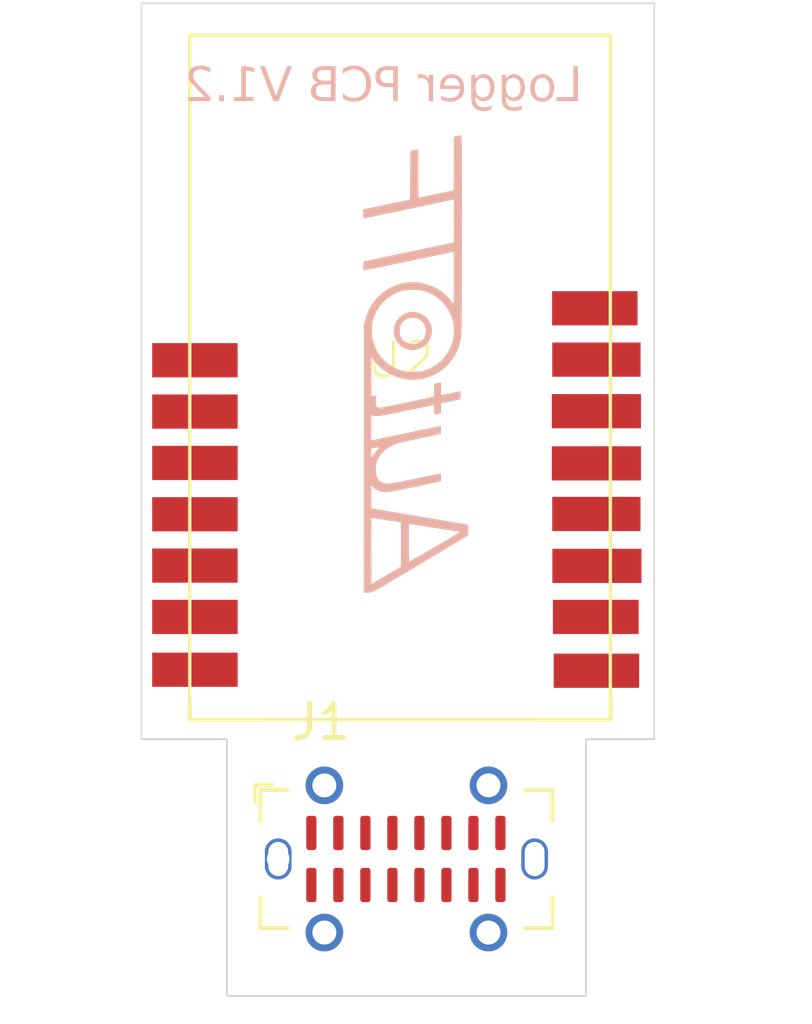
<source format=kicad_pcb>
(kicad_pcb (version 20240108) (generator "pcbnew") (generator_version "8.0")
  (layers (0 "F.Cu" signal) (31 "B.Cu" signal) (34 "B.Paste" user) (35 "F.Paste" user) (36 "B.SilkS" user "B.Silkscreen") (37 "F.SilkS" user "F.Silkscreen") (38 "B.Mask" user) (39 "F.Mask" user) (44 "Edge.Cuts" user))
  (net 0 "")
  (net 6 "Net-(U2-GND)")
  (net 7 "Net-(U2-RX0)")
  (net 8 "Net-(U2-VCC)")
  (net 9 "Net-(U2-TX0)")
  (footprint "" (layer "F.Cu") (at 152 114)
    (property "Reference" "" (at 0 0 0) (layer "F.SilkS") (effects (font (size 1.27 1.27))))
    (property "Value" "")
    (pad "" np_thru_hole oval (at 0 0 90) (size 1.2 0.78) (drill oval 1 0.58) (layers "F&B.Cu" "*.Mask"))
  )
  (footprint "Connector_USB:USB_C_Receptacle_G-Switch_GT-USB-7051x" (layer "F.Cu") (at 155.75 114)
    (property "Reference" "J1" (at -2.5 -4 0) (layer "F.SilkS"))
    (property "Value" "USB_C_Receptacle_USB2.0_16P")
    (fp_line (start -4.42 -2.17) (end -4.42 -1.67) (stroke (width 0.12)) (layer "F.SilkS"))
    (fp_line (start -4.42 -2.17) (end -3.92 -2.17) (stroke (width 0.12)) (layer "F.SilkS"))
    (fp_line (start -4.27 -2.02) (end -4.27 -1.12) (stroke (width 0.12)) (layer "F.SilkS"))
    (fp_line (start -4.27 -2.02) (end -3.47 -2.02) (stroke (width 0.12)) (layer "F.SilkS"))
    (fp_line (start -4.27 2.02) (end -4.27 1.12) (stroke (width 0.12)) (layer "F.SilkS"))
    (fp_line (start -4.27 2.02) (end -3.47 2.02) (stroke (width 0.12)) (layer "F.SilkS"))
    (fp_line (start 4.27 -2.02) (end 3.47 -2.02) (stroke (width 0.12)) (layer "F.SilkS"))
    (fp_line (start 4.27 -2.02) (end 4.27 -1.12) (stroke (width 0.12)) (layer "F.SilkS"))
    (fp_line (start 4.27 2.02) (end 3.47 2.02) (stroke (width 0.12)) (layer "F.SilkS"))
    (fp_line (start 4.27 2.02) (end 4.27 1.12) (stroke (width 0.12)) (layer "F.SilkS"))
    (pad "" np_thru_hole circle (at -3.75 0) (size 0.66 0.66) (drill 0.66) (layers "F&B.Cu" "*.Mask"))
    (pad "" np_thru_hole oval (at 3.75 0 90) (size 1.2 0.78) (drill oval 1 0.58) (layers "F&B.Cu" "*.Mask"))
    (pad "A1" smd roundrect (at -2.78 -0.76) (size 0.3 1) (layers "F.Cu" "F.Paste" "F.Mask") (net 6 "Net-(U2-GND)"))
    (pad "A4" smd roundrect (at -1.99 -0.76) (size 0.3 1) (layers "F.Cu" "F.Paste" "F.Mask") (net 8 "Net-(U2-VCC)"))
    (pad "A5" smd roundrect (at -1.2 -0.76) (size 0.3 1) (layers "F.Cu" "F.Paste" "F.Mask"))
    (pad "A6" smd roundrect (at -0.41 -0.76) (size 0.3 1) (layers "F.Cu" "F.Paste" "F.Mask") (net 9 "Net-(U2-TX0)"))
    (pad "A7" smd roundrect (at 0.38 -0.76) (size 0.3 1) (layers "F.Cu" "F.Paste" "F.Mask") (net 7 "Net-(U2-RX0)"))
    (pad "A8" smd roundrect (at 1.17 -0.76) (size 0.3 1) (layers "F.Cu" "F.Paste" "F.Mask"))
    (pad "A9" smd roundrect (at 1.96 -0.76) (size 0.3 1) (layers "F.Cu" "F.Paste" "F.Mask") (net 8 "Net-(U2-VCC)"))
    (pad "A12" smd roundrect (at 2.75 -0.76) (size 0.3 1) (layers "F.Cu" "F.Paste" "F.Mask") (net 6 "Net-(U2-GND)"))
    (pad "B1" smd roundrect (at 2.75 0.76) (size 0.3 1) (layers "F.Cu" "F.Paste" "F.Mask") (net 6 "Net-(U2-GND)"))
    (pad "B4" smd roundrect (at 1.96 0.76) (size 0.3 1) (layers "F.Cu" "F.Paste" "F.Mask") (net 8 "Net-(U2-VCC)"))
    (pad "B5" smd roundrect (at 1.17 0.76) (size 0.3 1) (layers "F.Cu" "F.Paste" "F.Mask"))
    (pad "B6" smd roundrect (at 0.38 0.76) (size 0.3 1) (layers "F.Cu" "F.Paste" "F.Mask") (net 9 "Net-(U2-TX0)"))
    (pad "B7" smd roundrect (at -0.41 0.76) (size 0.3 1) (layers "F.Cu" "F.Paste" "F.Mask") (net 7 "Net-(U2-RX0)"))
    (pad "B8" smd roundrect (at -1.2 0.76) (size 0.3 1) (layers "F.Cu" "F.Paste" "F.Mask"))
    (pad "B9" smd roundrect (at -1.99 0.76) (size 0.3 1) (layers "F.Cu" "F.Paste" "F.Mask") (net 8 "Net-(U2-VCC)"))
    (pad "B12" smd roundrect (at -2.78 0.76) (size 0.3 1) (layers "F.Cu" "F.Paste" "F.Mask") (net 6 "Net-(U2-GND)"))
    (pad "S1" thru_hole circle (at -2.4 -2.15) (size 1.1 1.1) (drill 0.7) (layers "*.Cu" "*.Mask" "F.Paste"))
    (pad "S1" thru_hole circle (at -2.4 2.15) (size 1.1 1.1) (drill 0.7) (layers "*.Cu" "*.Mask" "F.Paste"))
    (pad "S1" thru_hole circle (at 2.4 -2.15) (size 1.1 1.1) (drill 0.7) (layers "*.Cu" "*.Mask" "F.Paste"))
    (pad "S1" thru_hole circle (at 2.4 2.15) (size 1.1 1.1) (drill 0.7) (layers "*.Cu" "*.Mask" "F.Paste"))
  )
  (footprint "Logger:ESP-M2" (layer "F.Cu") (at 155.564183 99.928512)
    (property "Reference" "U2" (at 0 -0.5 0) (layer "F.SilkS") (effects (font (thickness 0.1))))
    (property "Value" "ESP-M2")
    (fp_line (start -6.15 10) (end -6.15 9.38) (stroke (width 0.12)) (layer "F.SilkS"))
    (fp_line (start -3.94 10) (end -6.06 10) (stroke (width 0.12)) (layer "F.SilkS"))
    (fp_line (start 6.15 10) (end 3.94 10) (stroke (width 0.12)) (layer "F.SilkS"))
    (fp_line (start 6.160704 9.375681) (end 6.160704 9.995681) (stroke (width 0.12)) (layer "F.SilkS"))
    (fp_rect (start -6.15 10) (end 6.15 -10) (stroke (width 0.1)) (fill none) (layer "F.SilkS"))
    (pad "1" smd rect (at -6 -0.5) (size 2.5 1) (layers "F.Cu" "F.Paste" "F.Mask"))
    (pad "2" smd rect (at -6 1) (size 2.5 1) (layers "F.Cu" "F.Paste" "F.Mask"))
    (pad "3" smd rect (at -6 2.5) (size 2.5 1) (layers "F.Cu" "F.Paste" "F.Mask"))
    (pad "4" smd rect (at -6 4) (size 2.5 1) (layers "F.Cu" "F.Paste" "F.Mask"))
    (pad "5" smd rect (at -6 5.5) (size 2.5 1) (layers "F.Cu" "F.Paste" "F.Mask"))
    (pad "6" smd rect (at -6 7) (size 2.5 1) (layers "F.Cu" "F.Paste" "F.Mask"))
    (pad "7" smd rect (at -6 8.542301) (size 2.5 1) (layers "F.Cu" "F.Paste" "F.Mask") (net 8 "Net-(U2-VCC)"))
    (pad "8" smd rect (at 5.742936 8.571488) (size 2.5 1) (layers "F.Cu" "F.Paste" "F.Mask") (net 6 "Net-(U2-GND)"))
    (pad "9" smd rect (at 5.724475 7 270) (size 1 2.508906) (layers "F.Cu" "F.Paste" "F.Mask"))
    (pad "10" smd rect (at 5.757517 5.508566 270) (size 1 2.607267) (layers "F.Cu" "F.Paste" "F.Mask"))
    (pad "11" smd rect (at 5.741172 3.991041 270) (size 1 2.582677) (layers "F.Cu" "F.Paste" "F.Mask"))
    (pad "12" smd rect (at 5.742318 2.512762 270) (size 1 2.607267) (layers "F.Cu" "F.Paste" "F.Mask"))
    (pad "13" smd rect (at 5.742307 0.989717 270) (size 1 2.607267) (layers "F.Cu" "F.Paste" "F.Mask") (net 7 "Net-(U2-RX0)"))
    (pad "14" smd rect (at 5.742307 -0.517936 270) (size 0.999949 2.582677) (layers "F.Cu" "F.Paste" "F.Mask") (net 9 "Net-(U2-TX0)"))
    (pad "15" smd rect (at 5.695918 -2.017858) (size 2.5 1) (layers "F.Cu" "F.Paste" "F.Mask"))
  )
  (footprint "LOGO" (layer "B.Cu") (at 156 99.5 90)
    (property "Reference" "G***" (hide yes))
    (property "Value" "LOGO" (hide yes))
    (fp_poly (pts (xy 1.073731 0.477557) (xy 1.182224 0.435704) (xy 1.202712 0.42478) (xy 1.292048 0.361105) (xy 1.367126 0.280002) (xy 1.425843 0.185784) (xy 1.466099 0.082764) (xy 1.48579 -0.024746) (xy 1.482815 -0.132432) (xy 1.480745 -0.145687) (xy 1.448378 -0.264023) (xy 1.394913 -0.369624) (xy 1.322074 -0.460441) (xy 1.231585 -0.534427) (xy 1.125169 -0.589531) (xy 1.099294 -0.599087) (xy 1.024993 -0.616354) (xy 0.939171 -0.623386) (xy 0.852442 -0.620125) (xy 0.775418 -0.606514) (xy 0.757377 -0.600958) (xy 0.647474 -0.550769) (xy 0.55374 -0.483377) (xy 0.477394 -0.401569) (xy 0.419657 -0.308134) (xy 0.38175 -0.205859) (xy 0.364894 -0.097531) (xy 0.36633 -0.067932) (xy 0.542417 -0.067932) (xy 0.551663 -0.153317) (xy 0.57587 -0.229526) (xy 0.578338 -0.234716) (xy 0.621222 -0.3015) (xy 0.678522 -0.361491) (xy 0.742776 -0.407656) (xy 0.780769 -0.425503) (xy 0.83713 -0.438355) (xy 0.906721 -0.442872) (xy 0.980204 -0.439509) (xy 1.048244 -0.428717) (xy 1.101502 -0.410952) (xy 1.103769 -0.409806) (xy 1.175359 -0.360204) (xy 1.237558 -0.292967) (xy 1.275986 -0.230794) (xy 1.296984 -0.166781) (xy 1.306481 -0.089834) (xy 1.304476 -0.00972) (xy 1.290968 0.063793) (xy 1.276029 0.103388) (xy 1.221969 0.186674) (xy 1.152385 0.250226) (xy 1.068957 0.293085) (xy 0.973362 0.314294) (xy 0.90396 0.315943) (xy 0.803603 0.299913) (xy 0.716649 0.262565) (xy 0.644229 0.204659) (xy 0.587477 0.126957) (xy 0.569822 0.091424) (xy 0.548385 0.016893) (xy 0.542417 -0.067932) (xy 0.36633 -0.067932) (xy 0.370308 0.014061) (xy 0.399213 0.126131) (xy 0.418666 0.172702) (xy 0.47883 0.273158) (xy 0.555427 0.356347) (xy 0.64528 0.421249) (xy 0.745213 0.466842) (xy 0.85205 0.492105) (xy 0.962615 0.496017)) (fill solid) (layer "B.SilkS"))
    (fp_poly (pts (xy -4.78303 1.564495) (xy -4.755761 1.562388) (xy -4.740753 1.557529) (xy -4.733608 1.549226) (xy -4.730154 1.537757) (xy -4.727168 1.52151) (xy -4.720248 1.48181) (xy -4.709674 1.420319) (xy -4.695728 1.338695) (xy -4.678692 1.238599) (xy -4.658848 1.121691) (xy -4.636476 0.989631) (xy -4.611857 0.844079) (xy -4.585275 0.686695) (xy -4.55701 0.519139) (xy -4.527343 0.343071) (xy -4.496556 0.160152) (xy -4.494245 0.146416) (xy -4.46339 -0.036934) (xy -4.433636 -0.213549) (xy -4.405266 -0.381769) (xy -4.378562 -0.539935) (xy -4.353803 -0.686387) (xy -4.331271 -0.819465) (xy -4.311248 -0.937512) (xy -4.294015 -1.038866) (xy -4.279853 -1.121869) (xy -4.269042 -1.184862) (xy -4.261865 -1.226184) (xy -4.258603 -1.244177) (xy -4.258525 -1.244536) (xy -4.251946 -1.273183) (xy -3.921124 -1.273183) (xy -3.590303 -1.273183) (xy -2.780524 -1.273183) (xy -2.646516 -1.273183) (xy -2.512507 -1.273183) (xy -2.491241 -1.174221) (xy -2.481176 -1.125401) (xy -2.473683 -1.085291) (xy -2.470104 -1.06117) (xy -2.469975 -1.058752) (xy -2.478923 -1.059042) (xy -2.502984 -1.073272) (xy -2.537986 -1.098758) (xy -2.562281 -1.118153) (xy -2.612075 -1.15771) (xy -2.663335 -1.196165) (xy -2.707044 -1.226814) (xy -2.717556 -1.233621) (xy -2.780524 -1.273183) (xy -3.590303 -1.273183) (xy -3.641144 -1.227252) (xy -3.673616 -1.19112) (xy -3.707702 -1.142618) (xy -3.73298 -1.098046) (xy -3.753849 -1.05208) (xy -3.766932 -1.011299) (xy -3.774472 -0.965919) (xy -3.778709 -0.90616) (xy -3.779141 -0.896678) (xy -3.77983 -0.830893) (xy -3.777032 -0.762157) (xy -3.771337 -0.703102) (xy -3.769587 -0.691673) (xy -3.763479 -0.658413) (xy -3.753111 -0.60521) (xy -3.73905 -0.534769) (xy -3.721857 -0.449792) (xy -3.702098 -0.352985) (xy -3.680335 -0.247051) (xy -3.657133 -0.134694) (xy -3.633057 -0.018618) (xy -3.608669 0.098473) (xy -3.584533 0.213874) (xy -3.561214 0.324883) (xy -3.539275 0.428794) (xy -3.519281 0.522905) (xy -3.501794 0.60451) (xy -3.48738 0.670906) (xy -3.476601 0.71939) (xy -3.470022 0.747256) (xy -3.468324 0.752958) (xy -3.453054 0.758788) (xy -3.420377 0.762457) (xy -3.377118 0.764059) (xy -3.330105 0.763685) (xy -3.286164 0.761428) (xy -3.252123 0.757381) (xy -3.234807 0.751634) (xy -3.233885 0.749785) (xy -3.236444 0.734978) (xy -3.243799 0.697599) (xy -3.255467 0.639984) (xy -3.270966 0.564471) (xy -3.289812 0.473398) (xy -3.311523 0.369102) (xy -3.335615 0.253921) (xy -3.361606 0.130192) (xy -3.375248 0.065449) (xy -3.412269 -0.111334) (xy -3.443773 -0.265231) (xy -3.469936 -0.398177) (xy -3.490932 -0.512106) (xy -3.506937 -0.60895) (xy -3.518126 -0.690646) (xy -3.524675 -0.759125) (xy -3.526757 -0.816323) (xy -3.524549 -0.864173) (xy -3.518225 -0.90461) (xy -3.50796 -0.939566) (xy -3.49393 -0.970977) (xy -3.47631 -1.000776) (xy -3.472331 -1.006772) (xy -3.422025 -1.061355) (xy -3.355627 -1.104186) (xy -3.311774 -1.121613) (xy -3.261003 -1.132221) (xy -3.193904 -1.139393) (xy -3.119418 -1.14282) (xy -3.046488 -1.142196) (xy -2.984054 -1.137213) (xy -2.962441 -1.133609) (xy -2.847617 -1.097056) (xy -2.738811 -1.03744) (xy -2.637834 -0.95681) (xy -2.546497 -0.857215) (xy -2.466609 -0.740704) (xy -2.399982 -0.609328) (xy -2.348425 -0.465136) (xy -2.337895 -0.426516) (xy -2.331133 -0.397886) (xy -2.319812 -0.347348) (xy -2.304584 -0.277921) (xy -2.286103 -0.192622) (xy -2.26502 -0.094469) (xy -2.241986 0.013521) (xy -2.217655 0.128329) (xy -2.203687 0.194561) (xy -2.1795 0.308932) (xy -2.156705 0.415701) (xy -2.135874 0.512267) (xy -2.117577 0.596031) (xy -2.102385 0.66439) (xy -2.09087 0.714744) (xy -2.083602 0.744492) (xy -2.081407 0.751579) (xy -2.06664 0.756877) (xy -2.034302 0.760716) (xy -1.9912 0.763027) (xy -1.944143 0.763744) (xy -1.899938 0.762799) (xy -1.865392 0.760127) (xy -1.847312 0.755659) (xy -1.846116 0.753891) (xy -1.848672 0.74014) (xy -1.856077 0.703385) (xy -1.867932 0.645537) (xy -1.88384 0.568511) (xy -1.903403 0.47422) (xy -1.926224 0.364575) (xy -1.951904 0.24149) (xy -1.980046 0.106879) (xy -2.010252 -0.037347) (xy -2.042124 -0.189274) (xy -2.050602 -0.229642) (xy -2.083023 -0.384005) (xy -2.114042 -0.531709) (xy -2.143243 -0.670778) (xy -2.170211 -0.799231) (xy -2.194531 -0.915091) (xy -2.215786 -1.016378) (xy -2.233563 -1.101114) (xy -2.247445 -1.167319) (xy -2.257018 -1.213016) (xy -2.261866 -1.236226) (xy -2.262268 -1.238171) (xy -2.269449 -1.273183) (xy -1.899284 -1.273183) (xy -1.529119 -1.273183) (xy -1.549165 -1.225439) (xy -1.556576 -1.20364) (xy -1.561525 -1.177781) (xy -1.56374 -1.146058) (xy -1.562952 -1.106667) (xy -1.558889 -1.057802) (xy -1.551281 -0.997659) (xy -1.539858 -0.924434) (xy -1.524349 -0.836322) (xy -1.504483 -0.731519) (xy -1.479991 -0.60822) (xy -1.450601 -0.46462) (xy -1.416043 -0.298915) (xy -1.396004 -0.203709) (xy -1.367853 -0.069734) (xy -1.341489 0.05682) (xy -1.317353 0.173758) (xy -1.295888 0.278889) (xy -1.277533 0.370019) (xy -1.262732 0.444957) (xy -1.251926 0.50151) (xy -1.245557 0.537485) (xy -1.244039 0.550651) (xy -1.258131 0.554597) (xy -1.292133 0.557749) (xy -1.340491 0.559723) (xy -1.382155 0.5602) (xy -1.444872 0.560348) (xy -1.485642 0.563361) (xy -1.507962 0.573091) (xy -1.51533 0.593394) (xy -1.511243 0.628122) (xy -1.499199 0.681128) (xy -1.497707 0.687519) (xy -1.481404 0.757544) (xy -1.335915 0.76391) (xy -1.190426 0.770276) (xy -1.131038 1.04401) (xy -1.113675 1.124235) (xy -1.098216 1.196044) (xy -1.085453 1.255721) (xy -1.07618 1.299548) (xy -1.071192 1.323806) (xy -1.070561 1.327293) (xy -1.058262 1.331396) (xy -1.026093 1.334616) (xy -0.979643 1.336516) (xy -0.948279 1.336842) (xy -0.892247 1.336603) (xy -0.857187 1.335137) (xy -0.838604 1.331319) (xy -0.832007 1.324026) (xy -0.832903 1.312132) (xy -0.833798 1.308195) (xy -0.843003 1.267434) (xy -0.855054 1.211934) (xy -0.869017 1.146226) (xy -0.88396 1.074844) (xy -0.898951 1.00232) (xy -0.913057 0.933187) (xy -0.925346 0.871977) (xy -0.934885 0.823223) (xy -0.940741 0.791457) (xy -0.942156 0.781523) (xy -0.937498 0.774351) (xy -0.921259 0.769337) (xy -0.890043 0.766147) (xy -0.840452 0.76445) (xy -0.76909 0.763912) (xy -0.762069 0.76391) (xy -0.581982 0.76391) (xy -0.589428 0.684179) (xy -0.593717 0.636937) (xy -0.598951 0.603487) (xy -0.609069 0.581458) (xy -0.628011 0.568483) (xy -0.659714 0.562191) (xy -0.708118 0.560214) (xy -0.77716 0.560182) (xy -0.795543 0.5602) (xy -0.875808 0.559412) (xy -0.933009 0.556919) (xy -0.969499 0.552529) (xy -0.987632 0.546046) (xy -0.989419 0.544286) (xy -0.99417 0.529215) (xy -1.003408 0.491841) (xy -1.016575 0.434822) (xy -1.033115 0.360813) (xy -1.052471 0.272473) (xy -1.074088 0.172458) (xy -1.097409 0.063424) (xy -1.121877 -0.051971) (xy -1.146936 -0.171071) (xy -1.172029 -0.291219) (xy -1.1966 -0.409758) (xy -1.220093 -0.524031) (xy -1.241952 -0.631382) (xy -1.261619 -0.729152) (xy -1.278538 -0.814687) (xy -1.292153 -0.885328) (xy -1.301908 -0.938419) (xy -1.307246 -0.971303) (xy -1.307823 -0.976036) (xy -1.310459 -1.03927) (xy -1.301867 -1.083556) (xy -1.280628 -1.113448) (xy -1.260899 -1.126535) (xy -1.222122 -1.138208) (xy -1.167041 -1.144358) (xy -1.104262 -1.144742) (xy -1.042392 -1.139119) (xy -1.012538 -1.133533) (xy -0.97961 -1.127447) (xy -0.958857 -1.126505) (xy -0.9563 -1.127476) (xy -0.955282 -1.142077) (xy -0.9586 -1.1738) (xy -0.963323 -1.203164) (xy -0.976015 -1.273183) (xy -0.409718 -1.273183) (xy 0.156579 -1.273183) (xy 0.075106 -1.211426) (xy -0.07268 -1.084137) (xy -0.199836 -0.942398) (xy -0.305715 -0.78736) (xy -0.389673 -0.620176) (xy -0.451064 -0.441998) (xy -0.489242 -0.253978) (xy -0.496514 -0.191272) (xy -0.499257 -0.095613) (xy -0.266678 -0.095613) (xy -0.262333 -0.196982) (xy -0.252573 -0.286338) (xy -0.247358 -0.31565) (xy -0.202516 -0.473335) (xy -0.135117 -0.623099) (xy -0.047439 -0.762642) (xy 0.05824 -0.889668) (xy 0.179642 -1.001878) (xy 0.31449 -1.096976) (xy 0.460505 -1.172663) (xy 0.61541 -1.226642) (xy 0.668421 -1.23937) (xy 0.741242 -1.25034) (xy 0.830742 -1.256934) (xy 0.928511 -1.259133) (xy 1.026141 -1.25692) (xy 1.115221 -1.250278) (xy 1.181414 -1.240441) (xy 1.33976 -1.195464) (xy 1.489848 -1.127977) (xy 1.629448 -1.040208) (xy 1.756332 -0.934385) (xy 1.868272 -0.812736) (xy 1.96304 -0.677491) (xy 2.038408 -0.530878) (xy 2.092147 -0.375125) (xy 2.106098 -0.31565) (xy 2.118024 -0.233281) (xy 2.124499 -0.135294) (xy 2.125522 -0.030943) (xy 2.121093 0.070517) (xy 2.111214 0.159833) (xy 2.106098 0.188331) (xy 2.060923 0.3469) (xy 1.993295 0.497153) (xy 1.905442 0.636863) (xy 1.799594 0.763799) (xy 1.677977 0.875735) (xy 1.54282 0.970442) (xy 1.396352 1.04569) (xy 1.2408 1.099252) (xy 1.181414 1.113122) (xy 1.09932 1.124944) (xy 1.001577 1.131378) (xy 0.897424 1.132423) (xy 0.796097 1.12808) (xy 0.706835 1.118349) (xy 0.677433 1.113122) (xy 0.519086 1.068146) (xy 0.368999 1.000659) (xy 0.229399 0.912889) (xy 0.102515 0.807066) (xy -0.009426 0.685418) (xy -0.104194 0.550173) (xy -0.179561 0.403559) (xy -0.233301 0.247806) (xy -0.247251 0.188331) (xy -0.259135 0.106268) (xy -0.265612 0.008545) (xy -0.266678 -0.095613) (xy -0.499257 -0.095613) (xy -0.501849 -0.00522) (xy -0.482901 0.177033) (xy -0.440784 0.353561) (xy -0.376609 0.522439) (xy -0.291489 0.681742) (xy -0.186537 0.829542) (xy -0.062864 0.963914) (xy 0.078416 1.082933) (xy 0.236193 1.184672) (xy 0.324523 1.230173) (xy 0.430687 1.27574) (xy 0.535839 1.310308) (xy 0.646544 1.335379) (xy 0.76937 1.352453) (xy 0.90396 1.362671) (xy 0.936892 1.363745) (xy 0.994011 1.364796) (xy 1.074041 1.36582) (xy 1.175705 1.36681) (xy 1.297728 1.367764) (xy 1.438831 1.368674) (xy 1.597739 1.369537) (xy 1.773176 1.370347) (xy 1.963864 1.371099) (xy 2.168528 1.371788) (xy 2.385891 1.37241) (xy 2.614677 1.372958) (xy 2.853608 1.373429) (xy 3.101409 1.373816) (xy 3.356803 1.374115) (xy 3.618514 1.374321) (xy 3.880025 1.374428) (xy 4.203552 1.374474) (xy 4.502468 1.374459) (xy 4.777624 1.374379) (xy 5.029872 1.374229) (xy 5.260064 1.374004) (xy 5.469053 1.373701) (xy 5.657691 1.373313) (xy 5.826828 1.372837) (xy 5.977318 1.372267) (xy 6.110013 1.3716) (xy 6.225763 1.370829) (xy 6.325422 1.369951) (xy 6.409841 1.368961) (xy 6.479872 1.367854) (xy 6.536367 1.366625) (xy 6.580179 1.365269) (xy 6.612159 1.363783) (xy 6.633159 1.362161) (xy 6.644031 1.360398) (xy 6.646074 1.359123) (xy 6.64364 1.339916) (xy 6.637112 1.302771) (xy 6.627738 1.254649) (xy 6.624383 1.238266) (xy 6.602633 1.133325) (xy 5.819738 1.130046) (xy 5.036842 1.126767) (xy 4.931833 0.636591) (xy 4.908628 0.527805) (xy 4.887164 0.426282) (xy 4.868023 0.334839) (xy 4.851785 0.256294) (xy 4.839033 0.193466) (xy 4.830347 0.149172) (xy 4.82631 0.126231) (xy 4.826094 0.124135) (xy 4.827119 0.119336) (xy 4.831839 0.115278) (xy 4.842214 0.111899) (xy 4.860201 0.109138) (xy 4.887758 0.106932) (xy 4.926845 0.10522) (xy 4.979419 0.103939) (xy 5.047439 0.103029) (xy 5.132863 0.102428) (xy 5.237649 0.102073) (xy 5.363756 0.101902) (xy 5.513142 0.101855) (xy 5.53198 0.101854) (xy 5.663443 0.101688) (xy 5.786942 0.101208) (xy 5.900191 0.100445) (xy 6.000906 0.099432) (xy 6.0868 0.098198) (xy 6.155588 0.096775) (xy 6.204984 0.095193) (xy 6.232704 0.093483) (xy 6.238014 0.092306) (xy 6.235339 0.076252) (xy 6.228699 0.041618) (xy 6.219326 -0.005246) (xy 6.215196 -0.025464) (xy 6.19296 -0.133684) (xy 5.480515 -0.14005) (xy 4.76807 -0.146416) (xy 4.638619 -0.76391) (xy 4.612571 -0.888098) (xy 4.587678 -1.006652) (xy 4.564515 -1.116846) (xy 4.543656 -1.215956) (xy 4.525674 -1.301259) (xy 4.511143 -1.370029) (xy 4.500637 -1.419542) (xy 4.49473 -1.447075) (xy 4.494473 -1.448246) (xy 4.479778 -1.515088) (xy 4.347006 -1.515088) (xy 4.284188 -1.514283) (xy 4.24339 -1.511584) (xy 4.221209 -1.506564) (xy 4.214246 -1.498794) (xy 4.214235 -1.498405) (xy 4.216813 -1.483146) (xy 4.224264 -1.445003) (xy 4.236161 -1.385998) (xy 4.252079 -1.308152) (xy 4.271593 -1.213488) (xy 4.294275 -1.104027) (xy 4.319702 -0.981792) (xy 4.347446 -0.848803) (xy 4.377083 -0.707085) (xy 4.408186 -0.558657) (xy 4.44033 -0.405543) (xy 4.473088 -0.249763) (xy 4.506036 -0.093341) (xy 4.538748 0.061701) (xy 4.570797 0.213343) (xy 4.601758 0.359562) (xy 4.631205 0.498336) (xy 4.658713 0.627643) (xy 4.683856 0.745461) (xy 4.706208 0.849768) (xy 4.725343 0.938542) (xy 4.740835 1.009761) (xy 4.752259 1.061404) (xy 4.759189 1.091448) (xy 4.760961 1.09812) (xy 4.773111 1.133133) (xy 4.143548 1.133133) (xy 4.019627 1.13307) (xy 3.903777 1.132892) (xy 3.798424 1.132608) (xy 3.705994 1.132233) (xy 3.628912 1.131779) (xy 3.569604 1.131256) (xy 3.530496 1.130679) (xy 3.514014 1.130058) (xy 3.513637 1.12995) (xy 3.51102 1.117323) (xy 3.503494 1.081407) (xy 3.491402 1.023829) (xy 3.475085 0.946216) (xy 3.454887 0.850194) (xy 3.431149 0.73739) (xy 3.404214 0.609433) (xy 3.374424 0.467948) (xy 3.342123 0.314562) (xy 3.307651 0.150903) (xy 3.271353 -0.021403) (xy 3.235624 -0.190978) (xy 2.957959 -1.508722) (xy 2.829573 -1.512339) (xy 2.774979 -1.512827) (xy 2.730479 -1.511249) (xy 2.701818 -1.507923) (xy 2.694339 -1.504875) (xy 2.695974 -1.491157) (xy 2.702559 -1.454176) (xy 2.713757 -1.395578) (xy 2.729234 -1.317008) (xy 2.748654 -1.220113) (xy 2.771683 -1.106539) (xy 2.797984 -0.977932) (xy 2.827224 -0.835938) (xy 2.859066 -0.682203) (xy 2.893176 -0.518374) (xy 2.929219 -0.346095) (xy 2.96273 -0.186617) (xy 3.000204 -0.0083) (xy 3.036055 0.162959) (xy 3.069945 0.325521) (xy 3.101542 0.477748) (xy 3.130508 0.618002) (xy 3.156508 0.744644) (xy 3.179208 0.856037) (xy 3.198272 0.950541) (xy 3.213365 1.026518) (xy 3.224151 1.08233) (xy 3.230295 1.116339) (xy 3.231581 1.126948) (xy 3.218042 1.128048) (xy 3.181282 1.128979) (xy 3.123544 1.129732) (xy 3.04707 1.130299) (xy 2.954103 1.130669) (xy 2.846884 1.130834) (xy 2.727656 1.130784) (xy 2.598662 1.130511) (xy 2.472773 1.130052) (xy 1.720354 1.126767) (xy 1.819259 1.049023) (xy 1.955913 0.926022) (xy 2.073035 0.788521) (xy 2.170267 0.638776) (xy 2.247252 0.47904) (xy 2.303632 0.31157) (xy 2.339051 0.138619) (xy 2.353151 -0.037558) (xy 2.345575 -0.214704) (xy 2.315966 -0.390567) (xy 2.263965 -0.562891) (xy 2.189216 -0.72942) (xy 2.119661 -0.846667) (xy 2.003501 -1.000195) (xy 1.870738 -1.134513) (xy 1.721856 -1.249291) (xy 1.557337 -1.344202) (xy 1.377664 -1.418914) (xy 1.209524 -1.467199) (xy 1.088571 -1.495389) (xy -2.816918 -1.499053) (xy -6.722406 -1.502717) (xy -6.722406 -1.395068) (xy -6.720994 -1.345074) (xy -6.717233 -1.305383) (xy -6.711831 -1.282437) (xy -6.709674 -1.279549) (xy -6.703701 -1.268417) (xy -6.455038 -1.268417) (xy -6.442633 -1.269181) (xy -6.406727 -1.269906) (xy -6.349281 -1.270584) (xy -6.272257 -1.271205) (xy -6.177618 -1.271759) (xy -6.067326 -1.272236) (xy -5.943342 -1.272627) (xy -5.807629 -1.272921) (xy -5.662148 -1.27311) (xy -5.508862 -1.273183) (xy -5.494103 -1.273183) (xy -4.533168 -1.273183) (xy -4.540013 -1.238171) (xy -4.543581 -1.217176) (xy -4.550428 -1.174379) (xy -4.560029 -1.113158) (xy -4.571858 -1.036888) (xy -4.585392 -0.948946) (xy -4.600104 -0.852708) (xy -4.606836 -0.808471) (xy -4.666815 -0.413785) (xy -5.313825 -0.413785) (xy -5.960835 -0.413785) (xy -6.207936 -0.838718) (xy -6.262808 -0.933198) (xy -6.313447 -1.020621) (xy -6.35847 -1.09858) (xy -6.396495 -1.164671) (xy -6.426138 -1.21649) (xy -6.446018 -1.251632) (xy -6.45475 -1.267691) (xy -6.455038 -1.268417) (xy -6.703701 -1.268417) (xy -6.700415 -1.262294) (xy -6.696943 -1.235121) (xy -6.692035 -1.220944) (xy -6.67712 -1.190614) (xy -6.651911 -1.143636) (xy -6.616119 -1.079516) (xy -6.569456 -0.997761) (xy -6.511634 -0.897877) (xy -6.442366 -0.779369) (xy -6.361363 -0.641743) (xy -6.268338 -0.484505) (xy -6.163003 -0.307162) (xy -6.078605 -0.165507) (xy -5.805715 -0.165507) (xy -5.793514 -0.168196) (xy -5.759034 -0.170594) (xy -5.705457 -0.172694) (xy -5.635966 -0.174484) (xy -5.553744 -0.175957) (xy -5.461973 -0.177103) (xy -5.363836 -0.177912) (xy -5.262516 -0.178376) (xy -5.161196 -0.178484) (xy -5.063057 -0.178228) (xy -4.971283 -0.177597) (xy -4.889057 -0.176584) (xy -4.819561 -0.175178) (xy -4.765977 -0.173369) (xy -4.731489 -0.17115) (xy -4.719335 -0.168697) (xy -4.720221 -0.154701) (xy -4.724799 -0.117838) (xy -4.732732 -0.060381) (xy -4.743682 0.015394) (xy -4.757314 0.107211) (xy -4.773291 0.212797) (xy -4.791275 0.329876) (xy -4.81093 0.456173) (xy -4.82629 0.553834) (xy -4.847119 0.686059) (xy -4.866717 0.811198) (xy -4.884725 0.926912) (xy -4.900786 1.030859) (xy -4.914539 1.120698) (xy -4.925626 1.194087) (xy -4.933688 1.248686) (xy -4.938365 1.282152) (xy -4.939436 1.291826) (xy -4.94213 1.308804) (xy -4.952954 1.303021) (xy -4.957688 1.298192) (xy -4.967384 1.283802) (xy -4.988286 1.249818) (xy -5.0191 1.198474) (xy -5.058529 1.132007) (xy -5.105281 1.052651) (xy -5.158058 0.96264) (xy -5.215568 0.86421) (xy -5.276515 0.759595) (xy -5.339604 0.65103) (xy -5.403541 0.540751) (xy -5.46703 0.430991) (xy -5.528777 0.323986) (xy -5.587487 0.22197) (xy -5.641866 0.12718) (xy -5.690617 0.041848) (xy -5.732448 -0.031789) (xy -5.766062 -0.091497) (xy -5.790165 -0.135042) (xy -5.803462 -0.160187) (xy -5.805715 -0.165507) (xy -6.078605 -0.165507) (xy -6.045069 -0.109219) (xy -5.91425 0.109818) (xy -5.871953 0.180544) (xy -5.046963 1.559649) (xy -4.891942 1.563221) (xy -4.826958 1.564542)) (fill solid) (layer "B.SilkS"))
  )
  (gr_poly (pts (xy 148 89) (xy 163 89) (xy 163 110.5) (xy 161 110.5) (xy 161 118) (xy 150.5 118) (xy 150.5 110.5) (xy 148 110.5)) (stroke (width 0.05)) (fill none) (layer "Edge.Cuts"))
  (gr_text "Logger PCB V1.2\n" (at 160.905665 92.027014 0) (layer "B.SilkS") (effects (font (size 1 1) (thickness 0.1)) (justify left bottom mirror)))
)
</source>
